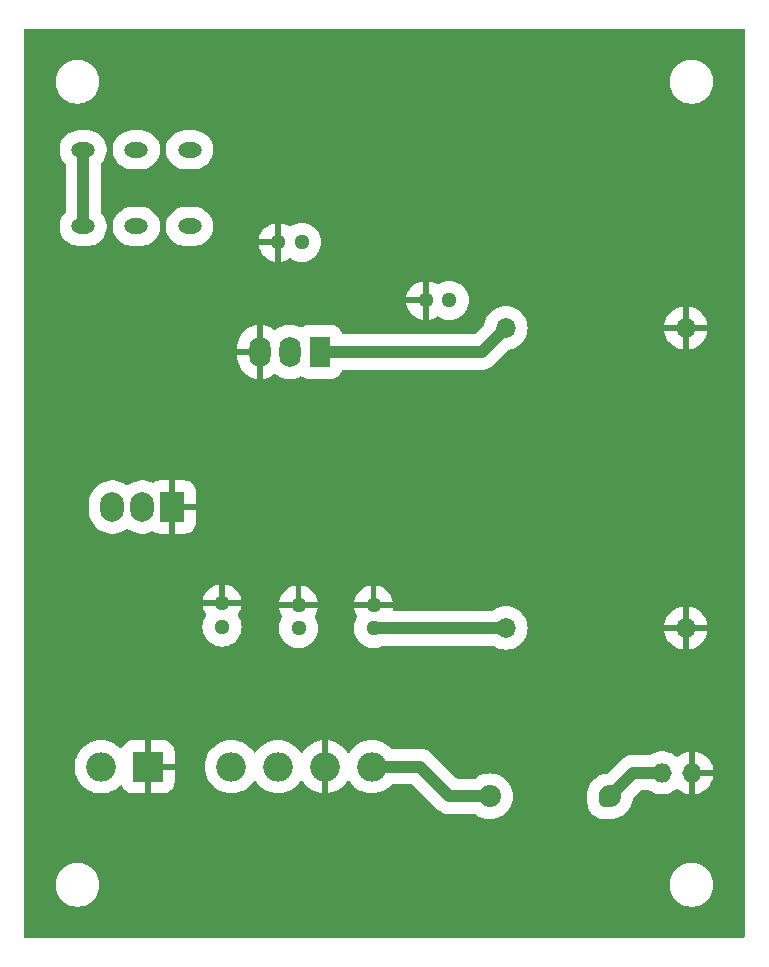
<source format=gbr>
%TF.GenerationSoftware,KiCad,Pcbnew,8.0.4*%
%TF.CreationDate,2024-09-20T16:59:46-04:00*%
%TF.ProjectId,micropsu,6d696372-6f70-4737-952e-6b696361645f,rev?*%
%TF.SameCoordinates,Original*%
%TF.FileFunction,Copper,L1,Top*%
%TF.FilePolarity,Positive*%
%FSLAX46Y46*%
G04 Gerber Fmt 4.6, Leading zero omitted, Abs format (unit mm)*
G04 Created by KiCad (PCBNEW 8.0.4) date 2024-09-20 16:59:46*
%MOMM*%
%LPD*%
G01*
G04 APERTURE LIST*
%TA.AperFunction,ComponentPad*%
%ADD10O,1.300000X1.300000*%
%TD*%
%TA.AperFunction,ComponentPad*%
%ADD11R,2.500000X2.500000*%
%TD*%
%TA.AperFunction,ComponentPad*%
%ADD12O,2.500000X2.500000*%
%TD*%
%TA.AperFunction,ComponentPad*%
%ADD13O,1.879600X1.879600*%
%TD*%
%TA.AperFunction,ComponentPad*%
%ADD14R,1.800000X2.600000*%
%TD*%
%TA.AperFunction,ComponentPad*%
%ADD15O,1.800000X2.600000*%
%TD*%
%TA.AperFunction,ComponentPad*%
%ADD16O,1.651000X1.651000*%
%TD*%
%TA.AperFunction,ComponentPad*%
%ADD17O,2.000000X1.300000*%
%TD*%
%TA.AperFunction,ComponentPad*%
%ADD18O,1.676400X1.676400*%
%TD*%
%TA.AperFunction,ComponentPad*%
%ADD19R,2.000000X2.500000*%
%TD*%
%TA.AperFunction,ComponentPad*%
%ADD20O,2.000000X2.500000*%
%TD*%
%TA.AperFunction,Conductor*%
%ADD21C,1.000000*%
%TD*%
G04 APERTURE END LIST*
D10*
%TO.P,+12OUTPUT,1*%
%TO.N,+12V*%
X113724700Y-126287650D03*
%TO.P,+12OUTPUT,2*%
%TO.N,GND*%
X113724700Y-124287650D03*
%TD*%
D11*
%TO.P,U1,1*%
%TO.N,GND*%
X100979900Y-138000000D03*
D12*
%TO.P,U1,2*%
%TO.N,+12V*%
X97020100Y-138000000D03*
%TD*%
D10*
%TO.P,+5INPUT,1*%
%TO.N,+12V*%
X126500000Y-98500000D03*
%TO.P,+5INPUT,2*%
%TO.N,GND*%
X124500000Y-98500000D03*
%TD*%
%TO.P,-5OUTPUT,1*%
%TO.N,GND*%
X107247700Y-124160650D03*
%TO.P,-5OUTPUT,2*%
%TO.N,-12V*%
X107247700Y-126160650D03*
%TD*%
D13*
%TO.P,R1,1*%
%TO.N,+5V*%
X129920000Y-140500000D03*
%TO.P,R1,2*%
%TO.N,LED1_1*%
X140080000Y-140500000D03*
%TD*%
D14*
%TO.P,P78E12-1000,1*%
%TO.N,+12V*%
X115527200Y-102869900D03*
D15*
%TO.P,P78E12-1000,2*%
%TO.N,-12V*%
X112987200Y-102869900D03*
%TO.P,P78E12-1000,3*%
%TO.N,GND*%
X110447000Y-102859900D03*
%TD*%
D10*
%TO.P,-5INPUT,1*%
%TO.N,+12V*%
X113987000Y-93594000D03*
%TO.P,-5INPUT,2*%
%TO.N,GND*%
X111987000Y-93594000D03*
%TD*%
D16*
%TO.P,LED1,1*%
%TO.N,LED1_1*%
X144500000Y-138500000D03*
%TO.P,LED1,2*%
%TO.N,GND*%
X147040000Y-138500000D03*
%TD*%
D12*
%TO.P,Output,1*%
%TO.N,-12V*%
X108040200Y-137987650D03*
%TO.P,Output,2*%
%TO.N,+12V*%
X112000100Y-137987650D03*
%TO.P,Output,3*%
%TO.N,GND*%
X115959900Y-137987650D03*
%TO.P,Output,4*%
%TO.N,+5V*%
X119919800Y-137987650D03*
%TD*%
D17*
%TO.P,SW1,1*%
%TO.N,N/C*%
X104500100Y-85750100D03*
%TO.P,SW1,2*%
%TO.N,+12V*%
X100000000Y-85750100D03*
%TO.P,SW1,3*%
X95500100Y-85750100D03*
%TO.P,SW1,4*%
X95500100Y-92250200D03*
%TO.P,SW1,5*%
X100000000Y-92250200D03*
%TO.P,SW1,6*%
%TO.N,N/C*%
X104500100Y-92250200D03*
%TD*%
D18*
%TO.P,U3,1*%
%TO.N,GND*%
X146515000Y-100833000D03*
%TO.P,U3,2*%
%TO.N,+12V*%
X131275000Y-100833000D03*
%TO.P,U3,3*%
%TO.N,GND*%
X146515000Y-126233000D03*
%TO.P,U3,4*%
%TO.N,+5V*%
X131275000Y-126233000D03*
%TD*%
D19*
%TO.P,Q1,1*%
%TO.N,GND*%
X103040000Y-116000000D03*
D20*
%TO.P,Q1,2*%
%TO.N,+12V*%
X100500000Y-116000000D03*
%TO.P,Q1,3*%
X97960000Y-116000000D03*
%TD*%
D10*
%TO.P,+5OUTPUT,1*%
%TO.N,+5V*%
X120074700Y-126287650D03*
%TO.P,+5OUTPUT,2*%
%TO.N,GND*%
X120074700Y-124287650D03*
%TD*%
D21*
%TO.N,+5V*%
X119919800Y-137987650D02*
X123987650Y-137987650D01*
X126500000Y-140500000D02*
X129920000Y-140500000D01*
X131275000Y-126233000D02*
X131220350Y-126287650D01*
X131220350Y-126287650D02*
X120074700Y-126287650D01*
X123987650Y-137987650D02*
X126500000Y-140500000D01*
%TO.N,+12V*%
X95500100Y-85750100D02*
X95500100Y-92250200D01*
X131275000Y-100833000D02*
X129238200Y-102869800D01*
X129238200Y-102869800D02*
X115527300Y-102869800D01*
%TO.N,LED1_1*%
X139660000Y-140920000D02*
X142080000Y-138500000D01*
X142080000Y-138500000D02*
X144500000Y-138500000D01*
%TD*%
%TA.AperFunction,Conductor*%
%TO.N,GND*%
G36*
X151441621Y-75520502D02*
G01*
X151488114Y-75574158D01*
X151499500Y-75626500D01*
X151499500Y-152373500D01*
X151479498Y-152441621D01*
X151425842Y-152488114D01*
X151373500Y-152499500D01*
X90626500Y-152499500D01*
X90558379Y-152479498D01*
X90511886Y-152425842D01*
X90500500Y-152373500D01*
X90500500Y-147878709D01*
X93149500Y-147878709D01*
X93149500Y-148121290D01*
X93181160Y-148361782D01*
X93243944Y-148596095D01*
X93243945Y-148596097D01*
X93243946Y-148596100D01*
X93336776Y-148820212D01*
X93336777Y-148820213D01*
X93336782Y-148820224D01*
X93458061Y-149030285D01*
X93458063Y-149030288D01*
X93458064Y-149030289D01*
X93605735Y-149222738D01*
X93605739Y-149222742D01*
X93605744Y-149222748D01*
X93777251Y-149394255D01*
X93777256Y-149394259D01*
X93777262Y-149394265D01*
X93969711Y-149541936D01*
X93969714Y-149541938D01*
X94179775Y-149663217D01*
X94179779Y-149663218D01*
X94179788Y-149663224D01*
X94403900Y-149756054D01*
X94638211Y-149818838D01*
X94638215Y-149818838D01*
X94638217Y-149818839D01*
X94700202Y-149826999D01*
X94878712Y-149850500D01*
X94878719Y-149850500D01*
X95121281Y-149850500D01*
X95121288Y-149850500D01*
X95338637Y-149821885D01*
X95361782Y-149818839D01*
X95361782Y-149818838D01*
X95361789Y-149818838D01*
X95596100Y-149756054D01*
X95820212Y-149663224D01*
X96030289Y-149541936D01*
X96222738Y-149394265D01*
X96394265Y-149222738D01*
X96541936Y-149030289D01*
X96663224Y-148820212D01*
X96756054Y-148596100D01*
X96818838Y-148361789D01*
X96850500Y-148121288D01*
X96850500Y-147878712D01*
X96850500Y-147878709D01*
X145149500Y-147878709D01*
X145149500Y-148121290D01*
X145181160Y-148361782D01*
X145243944Y-148596095D01*
X145243945Y-148596097D01*
X145243946Y-148596100D01*
X145336776Y-148820212D01*
X145336777Y-148820213D01*
X145336782Y-148820224D01*
X145458061Y-149030285D01*
X145458063Y-149030288D01*
X145458064Y-149030289D01*
X145605735Y-149222738D01*
X145605739Y-149222742D01*
X145605744Y-149222748D01*
X145777251Y-149394255D01*
X145777256Y-149394259D01*
X145777262Y-149394265D01*
X145969711Y-149541936D01*
X145969714Y-149541938D01*
X146179775Y-149663217D01*
X146179779Y-149663218D01*
X146179788Y-149663224D01*
X146403900Y-149756054D01*
X146638211Y-149818838D01*
X146638215Y-149818838D01*
X146638217Y-149818839D01*
X146700202Y-149826999D01*
X146878712Y-149850500D01*
X146878719Y-149850500D01*
X147121281Y-149850500D01*
X147121288Y-149850500D01*
X147338637Y-149821885D01*
X147361782Y-149818839D01*
X147361782Y-149818838D01*
X147361789Y-149818838D01*
X147596100Y-149756054D01*
X147820212Y-149663224D01*
X148030289Y-149541936D01*
X148222738Y-149394265D01*
X148394265Y-149222738D01*
X148541936Y-149030289D01*
X148663224Y-148820212D01*
X148756054Y-148596100D01*
X148818838Y-148361789D01*
X148850500Y-148121288D01*
X148850500Y-147878712D01*
X148818838Y-147638211D01*
X148756054Y-147403900D01*
X148663224Y-147179788D01*
X148663218Y-147179779D01*
X148663217Y-147179775D01*
X148541938Y-146969714D01*
X148541936Y-146969711D01*
X148394265Y-146777262D01*
X148394259Y-146777256D01*
X148394255Y-146777251D01*
X148222748Y-146605744D01*
X148222742Y-146605739D01*
X148222738Y-146605735D01*
X148030289Y-146458064D01*
X148030288Y-146458063D01*
X148030285Y-146458061D01*
X147820224Y-146336782D01*
X147820216Y-146336778D01*
X147820212Y-146336776D01*
X147596100Y-146243946D01*
X147596097Y-146243945D01*
X147596095Y-146243944D01*
X147361782Y-146181160D01*
X147121290Y-146149500D01*
X147121288Y-146149500D01*
X146878712Y-146149500D01*
X146878709Y-146149500D01*
X146638217Y-146181160D01*
X146403904Y-146243944D01*
X146403900Y-146243946D01*
X146179786Y-146336777D01*
X146179775Y-146336782D01*
X145969714Y-146458061D01*
X145777262Y-146605735D01*
X145777251Y-146605744D01*
X145605744Y-146777251D01*
X145605735Y-146777262D01*
X145458061Y-146969714D01*
X145336782Y-147179775D01*
X145336777Y-147179786D01*
X145243946Y-147403900D01*
X145243944Y-147403904D01*
X145181160Y-147638217D01*
X145149500Y-147878709D01*
X96850500Y-147878709D01*
X96818838Y-147638211D01*
X96756054Y-147403900D01*
X96663224Y-147179788D01*
X96663218Y-147179779D01*
X96663217Y-147179775D01*
X96541938Y-146969714D01*
X96541936Y-146969711D01*
X96394265Y-146777262D01*
X96394259Y-146777256D01*
X96394255Y-146777251D01*
X96222748Y-146605744D01*
X96222742Y-146605739D01*
X96222738Y-146605735D01*
X96030289Y-146458064D01*
X96030288Y-146458063D01*
X96030285Y-146458061D01*
X95820224Y-146336782D01*
X95820216Y-146336778D01*
X95820212Y-146336776D01*
X95596100Y-146243946D01*
X95596097Y-146243945D01*
X95596095Y-146243944D01*
X95361782Y-146181160D01*
X95121290Y-146149500D01*
X95121288Y-146149500D01*
X94878712Y-146149500D01*
X94878709Y-146149500D01*
X94638217Y-146181160D01*
X94403904Y-146243944D01*
X94403900Y-146243946D01*
X94179786Y-146336777D01*
X94179775Y-146336782D01*
X93969714Y-146458061D01*
X93777262Y-146605735D01*
X93777251Y-146605744D01*
X93605744Y-146777251D01*
X93605735Y-146777262D01*
X93458061Y-146969714D01*
X93336782Y-147179775D01*
X93336777Y-147179786D01*
X93243946Y-147403900D01*
X93243944Y-147403904D01*
X93181160Y-147638217D01*
X93149500Y-147878709D01*
X90500500Y-147878709D01*
X90500500Y-137999996D01*
X94764771Y-137999996D01*
X94764771Y-138000003D01*
X94784065Y-138294375D01*
X94784067Y-138294387D01*
X94841618Y-138583720D01*
X94841620Y-138583727D01*
X94891455Y-138730533D01*
X94936448Y-138863077D01*
X94946006Y-138882459D01*
X95066926Y-139127662D01*
X95230825Y-139372955D01*
X95230827Y-139372957D01*
X95425342Y-139594758D01*
X95647143Y-139789273D01*
X95892435Y-139953172D01*
X96157023Y-140083652D01*
X96436378Y-140178481D01*
X96725720Y-140236034D01*
X96893937Y-140247059D01*
X97020097Y-140255329D01*
X97020100Y-140255329D01*
X97020103Y-140255329D01*
X97130492Y-140248093D01*
X97314480Y-140236034D01*
X97603822Y-140178481D01*
X97883177Y-140083652D01*
X98147765Y-139953172D01*
X98393057Y-139789273D01*
X98608804Y-139600066D01*
X98673206Y-139570191D01*
X98743539Y-139579877D01*
X98797471Y-139626049D01*
X98803561Y-139636462D01*
X98890621Y-139803131D01*
X99019147Y-139960752D01*
X99176768Y-140089278D01*
X99357034Y-140183440D01*
X99552571Y-140239390D01*
X99671896Y-140249999D01*
X99671903Y-140250000D01*
X100729950Y-140250000D01*
X100729950Y-138867914D01*
X100891258Y-138900000D01*
X101068542Y-138900000D01*
X101229850Y-138867914D01*
X101229850Y-140250000D01*
X102287897Y-140250000D01*
X102287903Y-140249999D01*
X102407226Y-140239390D01*
X102407229Y-140239390D01*
X102602765Y-140183440D01*
X102783031Y-140089278D01*
X102940652Y-139960752D01*
X103069178Y-139803131D01*
X103163340Y-139622865D01*
X103219290Y-139427329D01*
X103219290Y-139427326D01*
X103229899Y-139308003D01*
X103229900Y-139307997D01*
X103229900Y-138249950D01*
X101847814Y-138249950D01*
X101879900Y-138088642D01*
X101879900Y-137987646D01*
X105784871Y-137987646D01*
X105784871Y-137987653D01*
X105804165Y-138282025D01*
X105804168Y-138282043D01*
X105861718Y-138571370D01*
X105861720Y-138571377D01*
X105905069Y-138699076D01*
X105956548Y-138850727D01*
X105962636Y-138863073D01*
X106087026Y-139115312D01*
X106250925Y-139360605D01*
X106250927Y-139360607D01*
X106445442Y-139582408D01*
X106570306Y-139691911D01*
X106667244Y-139776924D01*
X106706466Y-139803131D01*
X106912535Y-139940822D01*
X107177123Y-140071302D01*
X107456478Y-140166131D01*
X107745820Y-140223684D01*
X107914037Y-140234709D01*
X108040197Y-140242979D01*
X108040200Y-140242979D01*
X108040203Y-140242979D01*
X108150592Y-140235743D01*
X108334580Y-140223684D01*
X108623922Y-140166131D01*
X108903277Y-140071302D01*
X109167865Y-139940822D01*
X109413157Y-139776923D01*
X109634958Y-139582408D01*
X109829473Y-139360607D01*
X109915386Y-139232029D01*
X109969862Y-139186502D01*
X110040305Y-139177654D01*
X110104349Y-139208295D01*
X110124912Y-139232027D01*
X110210827Y-139360607D01*
X110405342Y-139582408D01*
X110530206Y-139691911D01*
X110627144Y-139776924D01*
X110666366Y-139803131D01*
X110872435Y-139940822D01*
X111137023Y-140071302D01*
X111416378Y-140166131D01*
X111705720Y-140223684D01*
X111873937Y-140234709D01*
X112000097Y-140242979D01*
X112000100Y-140242979D01*
X112000103Y-140242979D01*
X112110492Y-140235743D01*
X112294480Y-140223684D01*
X112583822Y-140166131D01*
X112863177Y-140071302D01*
X113127765Y-139940822D01*
X113373057Y-139776923D01*
X113594858Y-139582408D01*
X113789373Y-139360607D01*
X113875535Y-139231655D01*
X113930011Y-139186128D01*
X114000454Y-139177279D01*
X114064499Y-139207920D01*
X114085065Y-139231655D01*
X114171020Y-139360296D01*
X114365496Y-139582053D01*
X114587253Y-139776529D01*
X114832488Y-139940389D01*
X115097008Y-140070835D01*
X115097018Y-140070839D01*
X115376302Y-140165645D01*
X115376306Y-140165646D01*
X115665587Y-140223188D01*
X115665595Y-140223189D01*
X115709948Y-140226095D01*
X115709950Y-140226094D01*
X115709950Y-138855564D01*
X115871258Y-138887650D01*
X116048542Y-138887650D01*
X116209850Y-138855564D01*
X116209850Y-140226094D01*
X116209851Y-140226095D01*
X116254204Y-140223189D01*
X116254212Y-140223188D01*
X116543493Y-140165646D01*
X116543497Y-140165645D01*
X116822781Y-140070839D01*
X116822791Y-140070835D01*
X117087311Y-139940389D01*
X117332546Y-139776529D01*
X117554303Y-139582053D01*
X117748778Y-139360297D01*
X117834783Y-139231581D01*
X117889260Y-139186053D01*
X117959703Y-139177204D01*
X118023747Y-139207845D01*
X118044314Y-139231580D01*
X118130525Y-139360605D01*
X118130527Y-139360607D01*
X118325042Y-139582408D01*
X118449906Y-139691911D01*
X118546844Y-139776924D01*
X118586066Y-139803131D01*
X118792135Y-139940822D01*
X119056723Y-140071302D01*
X119336078Y-140166131D01*
X119625420Y-140223684D01*
X119793637Y-140234709D01*
X119919797Y-140242979D01*
X119919800Y-140242979D01*
X119919803Y-140242979D01*
X120030192Y-140235743D01*
X120214180Y-140223684D01*
X120503522Y-140166131D01*
X120782877Y-140071302D01*
X121047465Y-139940822D01*
X121292757Y-139776923D01*
X121514558Y-139582408D01*
X121559578Y-139531071D01*
X121619532Y-139493045D01*
X121654310Y-139488150D01*
X123313933Y-139488150D01*
X123382054Y-139508152D01*
X123403028Y-139525055D01*
X125522484Y-141644512D01*
X125522487Y-141644515D01*
X125522490Y-141644517D01*
X125713566Y-141783343D01*
X125924007Y-141890568D01*
X125945373Y-141897510D01*
X126148632Y-141963553D01*
X126381908Y-142000500D01*
X128644766Y-142000500D01*
X128712887Y-142020502D01*
X128720275Y-142025632D01*
X128868315Y-142136453D01*
X128868317Y-142136454D01*
X128868322Y-142136458D01*
X129111901Y-142269462D01*
X129111904Y-142269463D01*
X129111911Y-142269467D01*
X129371958Y-142366459D01*
X129371961Y-142366459D01*
X129371965Y-142366461D01*
X129528913Y-142400602D01*
X129643161Y-142425456D01*
X129920000Y-142445256D01*
X130196839Y-142425456D01*
X130468033Y-142366461D01*
X130468034Y-142366461D01*
X130468035Y-142366460D01*
X130468042Y-142366459D01*
X130728089Y-142269467D01*
X130849186Y-142203343D01*
X130971677Y-142136458D01*
X130971679Y-142136456D01*
X130971685Y-142136453D01*
X131193872Y-141970126D01*
X131390126Y-141773872D01*
X131556453Y-141551685D01*
X131556456Y-141551679D01*
X131556458Y-141551677D01*
X131689462Y-141308098D01*
X131689461Y-141308098D01*
X131689467Y-141308089D01*
X131786459Y-141048042D01*
X131845456Y-140776839D01*
X131865256Y-140500000D01*
X138134744Y-140500000D01*
X138154543Y-140776833D01*
X138154544Y-140776842D01*
X138156621Y-140786387D01*
X138159500Y-140813167D01*
X138159500Y-141038092D01*
X138196447Y-141271368D01*
X138269432Y-141495992D01*
X138345108Y-141644515D01*
X138376659Y-141706437D01*
X138515483Y-141897510D01*
X138515487Y-141897515D01*
X138682487Y-142064515D01*
X138682490Y-142064517D01*
X138873566Y-142203343D01*
X139084008Y-142310568D01*
X139308632Y-142383553D01*
X139541908Y-142420500D01*
X139541911Y-142420500D01*
X139766833Y-142420500D01*
X139793617Y-142423379D01*
X139803161Y-142425456D01*
X140080000Y-142445256D01*
X140356839Y-142425456D01*
X140628033Y-142366461D01*
X140628034Y-142366461D01*
X140628035Y-142366460D01*
X140628042Y-142366459D01*
X140888089Y-142269467D01*
X141009186Y-142203343D01*
X141131677Y-142136458D01*
X141131679Y-142136456D01*
X141131685Y-142136453D01*
X141353872Y-141970126D01*
X141550126Y-141773872D01*
X141716453Y-141551685D01*
X141716456Y-141551679D01*
X141716458Y-141551677D01*
X141849462Y-141308098D01*
X141849461Y-141308098D01*
X141849467Y-141308089D01*
X141946459Y-141048042D01*
X142005456Y-140776839D01*
X142008286Y-140737263D01*
X142033096Y-140670744D01*
X142044863Y-140657163D01*
X142664624Y-140037404D01*
X142726936Y-140003379D01*
X142753719Y-140000500D01*
X143420468Y-140000500D01*
X143488589Y-140020502D01*
X143491446Y-140022394D01*
X143584430Y-140085790D01*
X143584434Y-140085792D01*
X143584440Y-140085796D01*
X143831017Y-140204542D01*
X143831020Y-140204542D01*
X143831025Y-140204545D01*
X144092526Y-140285207D01*
X144092528Y-140285207D01*
X144092537Y-140285210D01*
X144363160Y-140326000D01*
X144363165Y-140326000D01*
X144636835Y-140326000D01*
X144636840Y-140326000D01*
X144907463Y-140285210D01*
X144909052Y-140284720D01*
X145168974Y-140204545D01*
X145168976Y-140204544D01*
X145168983Y-140204542D01*
X145415560Y-140085796D01*
X145641685Y-139931627D01*
X145684667Y-139891745D01*
X145748205Y-139860075D01*
X145818782Y-139867784D01*
X145856069Y-139891747D01*
X145898622Y-139931230D01*
X145898634Y-139931240D01*
X146124688Y-140085361D01*
X146124696Y-140085366D01*
X146371191Y-140204071D01*
X146632642Y-140284720D01*
X146632651Y-140284722D01*
X146790050Y-140308444D01*
X146790050Y-138912949D01*
X146853723Y-138949711D01*
X146976465Y-138982600D01*
X147103535Y-138982600D01*
X147226277Y-138949711D01*
X147289950Y-138912949D01*
X147289950Y-140308444D01*
X147447348Y-140284722D01*
X147447357Y-140284720D01*
X147708805Y-140204072D01*
X147955304Y-140085366D01*
X147955305Y-140085365D01*
X148181370Y-139931236D01*
X148381940Y-139745134D01*
X148552525Y-139531227D01*
X148552530Y-139531220D01*
X148689332Y-139294273D01*
X148689334Y-139294269D01*
X148789288Y-139039587D01*
X148789290Y-139039582D01*
X148850171Y-138772841D01*
X148850172Y-138772833D01*
X148851887Y-138749950D01*
X147452949Y-138749950D01*
X147489711Y-138686277D01*
X147522600Y-138563535D01*
X147522600Y-138436465D01*
X147489711Y-138313723D01*
X147452949Y-138250050D01*
X148851887Y-138250050D01*
X148850172Y-138227166D01*
X148850171Y-138227158D01*
X148789290Y-137960417D01*
X148789288Y-137960412D01*
X148689334Y-137705730D01*
X148689332Y-137705726D01*
X148552530Y-137468779D01*
X148552525Y-137468772D01*
X148381940Y-137254865D01*
X148181370Y-137068763D01*
X148181371Y-137068763D01*
X147955305Y-136914634D01*
X147955304Y-136914633D01*
X147708805Y-136795927D01*
X147447357Y-136715279D01*
X147447349Y-136715278D01*
X147289950Y-136691554D01*
X147289950Y-138087050D01*
X147226277Y-138050289D01*
X147103535Y-138017400D01*
X146976465Y-138017400D01*
X146853723Y-138050289D01*
X146790050Y-138087050D01*
X146790050Y-136691554D01*
X146632650Y-136715278D01*
X146632642Y-136715279D01*
X146371191Y-136795928D01*
X146124696Y-136914633D01*
X146124688Y-136914638D01*
X145898631Y-137068761D01*
X145856067Y-137108254D01*
X145792526Y-137139924D01*
X145721949Y-137132214D01*
X145684666Y-137108253D01*
X145641690Y-137068378D01*
X145641685Y-137068373D01*
X145641678Y-137068368D01*
X145415569Y-136914209D01*
X145415561Y-136914205D01*
X145415562Y-136914205D01*
X145415560Y-136914204D01*
X145267981Y-136843133D01*
X145168986Y-136795459D01*
X145168974Y-136795454D01*
X144907473Y-136714792D01*
X144907465Y-136714790D01*
X144907463Y-136714790D01*
X144636840Y-136674000D01*
X144363160Y-136674000D01*
X144092537Y-136714790D01*
X144092535Y-136714790D01*
X144092526Y-136714792D01*
X143831025Y-136795454D01*
X143831013Y-136795459D01*
X143584438Y-136914205D01*
X143584430Y-136914209D01*
X143491446Y-136977606D01*
X143423895Y-136999453D01*
X143420468Y-136999500D01*
X142198092Y-136999500D01*
X141961908Y-136999500D01*
X141728632Y-137036447D01*
X141728629Y-137036447D01*
X141728628Y-137036448D01*
X141504008Y-137109432D01*
X141504006Y-137109433D01*
X141293563Y-137216659D01*
X141102487Y-137355484D01*
X141102484Y-137355486D01*
X139922841Y-138535129D01*
X139860529Y-138569155D01*
X139842736Y-138571713D01*
X139803160Y-138574543D01*
X139803155Y-138574544D01*
X139531966Y-138633538D01*
X139531965Y-138633538D01*
X139271911Y-138730533D01*
X139271901Y-138730537D01*
X139028322Y-138863541D01*
X139028317Y-138863545D01*
X138806126Y-139029875D01*
X138806117Y-139029883D01*
X138609883Y-139226117D01*
X138609875Y-139226126D01*
X138443545Y-139448317D01*
X138443541Y-139448322D01*
X138310537Y-139691901D01*
X138310533Y-139691911D01*
X138213538Y-139951965D01*
X138213538Y-139951966D01*
X138154544Y-140223157D01*
X138134744Y-140500000D01*
X131865256Y-140500000D01*
X131845456Y-140223161D01*
X131815574Y-140085796D01*
X131786461Y-139951966D01*
X131786461Y-139951965D01*
X131786459Y-139951961D01*
X131786459Y-139951958D01*
X131689467Y-139691911D01*
X131689462Y-139691901D01*
X131556458Y-139448322D01*
X131556454Y-139448317D01*
X131540743Y-139427329D01*
X131390126Y-139226128D01*
X131390124Y-139226126D01*
X131390116Y-139226117D01*
X131193882Y-139029883D01*
X131193873Y-139029875D01*
X131119724Y-138974368D01*
X130971685Y-138863547D01*
X130971683Y-138863546D01*
X130971682Y-138863545D01*
X130971677Y-138863541D01*
X130728098Y-138730537D01*
X130728091Y-138730534D01*
X130728089Y-138730533D01*
X130468042Y-138633541D01*
X130468034Y-138633538D01*
X130196841Y-138574544D01*
X130196843Y-138574544D01*
X129920000Y-138554744D01*
X129643157Y-138574544D01*
X129371966Y-138633538D01*
X129371965Y-138633538D01*
X129111911Y-138730533D01*
X129111901Y-138730537D01*
X128868322Y-138863541D01*
X128868317Y-138863545D01*
X128720275Y-138974368D01*
X128653754Y-138999179D01*
X128644766Y-138999500D01*
X127173717Y-138999500D01*
X127105596Y-138979498D01*
X127084622Y-138962595D01*
X124965165Y-136843137D01*
X124965162Y-136843134D01*
X124774087Y-136704309D01*
X124774086Y-136704308D01*
X124774084Y-136704307D01*
X124563642Y-136597082D01*
X124339018Y-136524097D01*
X124105742Y-136487150D01*
X124105739Y-136487150D01*
X121654310Y-136487150D01*
X121586189Y-136467148D01*
X121559578Y-136444228D01*
X121547997Y-136431022D01*
X121514558Y-136392892D01*
X121341349Y-136240991D01*
X121292755Y-136198375D01*
X121047462Y-136034476D01*
X120782883Y-135904001D01*
X120782877Y-135903998D01*
X120688136Y-135871837D01*
X120503527Y-135809170D01*
X120503520Y-135809168D01*
X120214193Y-135751618D01*
X120214175Y-135751615D01*
X119919803Y-135732321D01*
X119919797Y-135732321D01*
X119625424Y-135751615D01*
X119625406Y-135751618D01*
X119336079Y-135809168D01*
X119336072Y-135809170D01*
X119056723Y-135903997D01*
X118792138Y-136034476D01*
X118546850Y-136198371D01*
X118546843Y-136198376D01*
X118546843Y-136198377D01*
X118325042Y-136392892D01*
X118145972Y-136597082D01*
X118130521Y-136614700D01*
X118044314Y-136743719D01*
X117989837Y-136789247D01*
X117919394Y-136798095D01*
X117855350Y-136767453D01*
X117834784Y-136743719D01*
X117748779Y-136615003D01*
X117554303Y-136393246D01*
X117332546Y-136198770D01*
X117087311Y-136034910D01*
X116822791Y-135904464D01*
X116822781Y-135904460D01*
X116543497Y-135809654D01*
X116543493Y-135809653D01*
X116254224Y-135752113D01*
X116254210Y-135752112D01*
X116209850Y-135749204D01*
X116209850Y-137119735D01*
X116048542Y-137087650D01*
X115871258Y-137087650D01*
X115709950Y-137119735D01*
X115709950Y-135749204D01*
X115709949Y-135749204D01*
X115665589Y-135752112D01*
X115665575Y-135752113D01*
X115376306Y-135809653D01*
X115376302Y-135809654D01*
X115097018Y-135904460D01*
X115097008Y-135904464D01*
X114832488Y-136034910D01*
X114587253Y-136198770D01*
X114365496Y-136393246D01*
X114171020Y-136615003D01*
X114085065Y-136743644D01*
X114030588Y-136789172D01*
X113960145Y-136798020D01*
X113896101Y-136767378D01*
X113875535Y-136743644D01*
X113789378Y-136614700D01*
X113789376Y-136614698D01*
X113789373Y-136614693D01*
X113594858Y-136392892D01*
X113421649Y-136240991D01*
X113373055Y-136198375D01*
X113127762Y-136034476D01*
X112863183Y-135904001D01*
X112863177Y-135903998D01*
X112768436Y-135871837D01*
X112583827Y-135809170D01*
X112583820Y-135809168D01*
X112294493Y-135751618D01*
X112294475Y-135751615D01*
X112000103Y-135732321D01*
X112000097Y-135732321D01*
X111705724Y-135751615D01*
X111705706Y-135751618D01*
X111416379Y-135809168D01*
X111416372Y-135809170D01*
X111137023Y-135903997D01*
X110872438Y-136034476D01*
X110627150Y-136198371D01*
X110627143Y-136198376D01*
X110627143Y-136198377D01*
X110405342Y-136392892D01*
X110226272Y-136597082D01*
X110210821Y-136614700D01*
X110124915Y-136743269D01*
X110070438Y-136788797D01*
X109999995Y-136797645D01*
X109935951Y-136767003D01*
X109915385Y-136743269D01*
X109829478Y-136614700D01*
X109829476Y-136614698D01*
X109829473Y-136614693D01*
X109634958Y-136392892D01*
X109461749Y-136240991D01*
X109413155Y-136198375D01*
X109167862Y-136034476D01*
X108903283Y-135904001D01*
X108903277Y-135903998D01*
X108808536Y-135871837D01*
X108623927Y-135809170D01*
X108623920Y-135809168D01*
X108334593Y-135751618D01*
X108334575Y-135751615D01*
X108040203Y-135732321D01*
X108040197Y-135732321D01*
X107745824Y-135751615D01*
X107745806Y-135751618D01*
X107456479Y-135809168D01*
X107456472Y-135809170D01*
X107177123Y-135903997D01*
X106912538Y-136034476D01*
X106667250Y-136198371D01*
X106667243Y-136198376D01*
X106667243Y-136198377D01*
X106445442Y-136392892D01*
X106266372Y-136597082D01*
X106250921Y-136614700D01*
X106087026Y-136859988D01*
X105956547Y-137124573D01*
X105861720Y-137403922D01*
X105861718Y-137403929D01*
X105804168Y-137693256D01*
X105804167Y-137693263D01*
X105804166Y-137693270D01*
X105791168Y-137891574D01*
X105784871Y-137987646D01*
X101879900Y-137987646D01*
X101879900Y-137911358D01*
X101847814Y-137750050D01*
X103229900Y-137750050D01*
X103229900Y-136692003D01*
X103229899Y-136691996D01*
X103219290Y-136572673D01*
X103219290Y-136572670D01*
X103163340Y-136377134D01*
X103069178Y-136196868D01*
X102940652Y-136039247D01*
X102783031Y-135910721D01*
X102602765Y-135816559D01*
X102407228Y-135760609D01*
X102287903Y-135750000D01*
X101229850Y-135750000D01*
X101229850Y-137132085D01*
X101068542Y-137100000D01*
X100891258Y-137100000D01*
X100729950Y-137132085D01*
X100729950Y-135750000D01*
X99671896Y-135750000D01*
X99552573Y-135760609D01*
X99552570Y-135760609D01*
X99357034Y-135816559D01*
X99176768Y-135910721D01*
X99019147Y-136039247D01*
X98890621Y-136196869D01*
X98803561Y-136363537D01*
X98754292Y-136414655D01*
X98685208Y-136431022D01*
X98618242Y-136407441D01*
X98608802Y-136399931D01*
X98393055Y-136210725D01*
X98147762Y-136046826D01*
X97883183Y-135916351D01*
X97883177Y-135916348D01*
X97788436Y-135884187D01*
X97603827Y-135821520D01*
X97603820Y-135821518D01*
X97314493Y-135763968D01*
X97314475Y-135763965D01*
X97020103Y-135744671D01*
X97020097Y-135744671D01*
X96725724Y-135763965D01*
X96725706Y-135763968D01*
X96436379Y-135821518D01*
X96436372Y-135821520D01*
X96157023Y-135916347D01*
X95892438Y-136046826D01*
X95647150Y-136210721D01*
X95425342Y-136405242D01*
X95230821Y-136627050D01*
X95066926Y-136872338D01*
X94936447Y-137136923D01*
X94841620Y-137416272D01*
X94841618Y-137416279D01*
X94784068Y-137705606D01*
X94784065Y-137705624D01*
X94764771Y-137999996D01*
X90500500Y-137999996D01*
X90500500Y-126160650D01*
X105592096Y-126160650D01*
X105612479Y-126419644D01*
X105673127Y-126672260D01*
X105772546Y-126912278D01*
X105772547Y-126912279D01*
X105908285Y-127133786D01*
X105908290Y-127133793D01*
X106077010Y-127331339D01*
X106274556Y-127500059D01*
X106274560Y-127500062D01*
X106496072Y-127635804D01*
X106736090Y-127735223D01*
X106988706Y-127795871D01*
X107247700Y-127816254D01*
X107506694Y-127795871D01*
X107759310Y-127735223D01*
X107999328Y-127635804D01*
X108220840Y-127500062D01*
X108418389Y-127331339D01*
X108587112Y-127133790D01*
X108722854Y-126912278D01*
X108822273Y-126672260D01*
X108882921Y-126419644D01*
X108893309Y-126287650D01*
X112069096Y-126287650D01*
X112089479Y-126546644D01*
X112150127Y-126799260D01*
X112249546Y-127039278D01*
X112249547Y-127039279D01*
X112385285Y-127260786D01*
X112385290Y-127260793D01*
X112554010Y-127458339D01*
X112750492Y-127626150D01*
X112751560Y-127627062D01*
X112973072Y-127762804D01*
X113213090Y-127862223D01*
X113465706Y-127922871D01*
X113724700Y-127943254D01*
X113983694Y-127922871D01*
X114236310Y-127862223D01*
X114476328Y-127762804D01*
X114697840Y-127627062D01*
X114895389Y-127458339D01*
X115064112Y-127260790D01*
X115199854Y-127039278D01*
X115299273Y-126799260D01*
X115359921Y-126546644D01*
X115380304Y-126287650D01*
X118419096Y-126287650D01*
X118439479Y-126546644D01*
X118500127Y-126799260D01*
X118599546Y-127039278D01*
X118599547Y-127039279D01*
X118735285Y-127260786D01*
X118735290Y-127260793D01*
X118904010Y-127458339D01*
X119100492Y-127626150D01*
X119101560Y-127627062D01*
X119323072Y-127762804D01*
X119563090Y-127862223D01*
X119815706Y-127922871D01*
X120074700Y-127943254D01*
X120333694Y-127922871D01*
X120586310Y-127862223D01*
X120741983Y-127797740D01*
X120790201Y-127788150D01*
X130254256Y-127788150D01*
X130314640Y-127803561D01*
X130509225Y-127909813D01*
X130755655Y-128001726D01*
X130755658Y-128001726D01*
X130755662Y-128001728D01*
X130904391Y-128034081D01*
X131012657Y-128057634D01*
X131275000Y-128076397D01*
X131537343Y-128057634D01*
X131794336Y-128001728D01*
X131794337Y-128001728D01*
X131794338Y-128001727D01*
X131794345Y-128001726D01*
X132040775Y-127909813D01*
X132271616Y-127783764D01*
X132482168Y-127626146D01*
X132668146Y-127440168D01*
X132825764Y-127229616D01*
X132951813Y-126998775D01*
X133043726Y-126752345D01*
X133099634Y-126495343D01*
X133118397Y-126233000D01*
X133100520Y-125983049D01*
X144689981Y-125983049D01*
X144689982Y-125983050D01*
X146087385Y-125983050D01*
X146053454Y-126041821D01*
X146019700Y-126167793D01*
X146019700Y-126298207D01*
X146053454Y-126424179D01*
X146087385Y-126482950D01*
X144689982Y-126482950D01*
X144690862Y-126495266D01*
X144746754Y-126752201D01*
X144838644Y-126998567D01*
X144964658Y-127229343D01*
X145122234Y-127439841D01*
X145122242Y-127439850D01*
X145308149Y-127625757D01*
X145308158Y-127625765D01*
X145518656Y-127783341D01*
X145749432Y-127909355D01*
X145995798Y-128001245D01*
X146252733Y-128057137D01*
X146265049Y-128058018D01*
X146265050Y-128058017D01*
X146265050Y-126660614D01*
X146323821Y-126694546D01*
X146449793Y-126728300D01*
X146580207Y-126728300D01*
X146706179Y-126694546D01*
X146764950Y-126660614D01*
X146764950Y-128058018D01*
X146777266Y-128057137D01*
X147034201Y-128001245D01*
X147280567Y-127909355D01*
X147511343Y-127783341D01*
X147721841Y-127625765D01*
X147721850Y-127625757D01*
X147907757Y-127439850D01*
X147907765Y-127439841D01*
X148065341Y-127229343D01*
X148191355Y-126998567D01*
X148283245Y-126752201D01*
X148339137Y-126495266D01*
X148340018Y-126482950D01*
X146942615Y-126482950D01*
X146976546Y-126424179D01*
X147010300Y-126298207D01*
X147010300Y-126167793D01*
X146976546Y-126041821D01*
X146942615Y-125983050D01*
X148340018Y-125983050D01*
X148340018Y-125983049D01*
X148339137Y-125970733D01*
X148283245Y-125713798D01*
X148191355Y-125467432D01*
X148065341Y-125236656D01*
X147907765Y-125026158D01*
X147907757Y-125026149D01*
X147721850Y-124840242D01*
X147721841Y-124840234D01*
X147511343Y-124682658D01*
X147280567Y-124556644D01*
X147034195Y-124464752D01*
X146777280Y-124408864D01*
X146777272Y-124408863D01*
X146764950Y-124407980D01*
X146764950Y-125805385D01*
X146706179Y-125771454D01*
X146580207Y-125737700D01*
X146449793Y-125737700D01*
X146323821Y-125771454D01*
X146265050Y-125805385D01*
X146265050Y-124407980D01*
X146265049Y-124407980D01*
X146252727Y-124408863D01*
X146252719Y-124408864D01*
X145995804Y-124464752D01*
X145749432Y-124556644D01*
X145518656Y-124682658D01*
X145308158Y-124840234D01*
X145308149Y-124840242D01*
X145122242Y-125026149D01*
X145122234Y-125026158D01*
X144964658Y-125236656D01*
X144838644Y-125467432D01*
X144746754Y-125713798D01*
X144690862Y-125970733D01*
X144689981Y-125983049D01*
X133100520Y-125983049D01*
X133099634Y-125970657D01*
X133043726Y-125713655D01*
X132951813Y-125467225D01*
X132825764Y-125236384D01*
X132736365Y-125116961D01*
X132668150Y-125025837D01*
X132668142Y-125025828D01*
X132482171Y-124839857D01*
X132482162Y-124839849D01*
X132271619Y-124682238D01*
X132271617Y-124682237D01*
X132271616Y-124682236D01*
X132135169Y-124607730D01*
X132040774Y-124556186D01*
X131794337Y-124464271D01*
X131537345Y-124408366D01*
X131537347Y-124408366D01*
X131275000Y-124389603D01*
X131012653Y-124408366D01*
X130755663Y-124464271D01*
X130755662Y-124464271D01*
X130509225Y-124556186D01*
X130278380Y-124682237D01*
X130171808Y-124762018D01*
X130105288Y-124786829D01*
X130096299Y-124787150D01*
X121811496Y-124787150D01*
X121743375Y-124767148D01*
X121696882Y-124713492D01*
X121686778Y-124643218D01*
X121688977Y-124631736D01*
X121709426Y-124546559D01*
X121710131Y-124537601D01*
X121710130Y-124537600D01*
X120390436Y-124537600D01*
X120394780Y-124533256D01*
X120447441Y-124442044D01*
X120474700Y-124340311D01*
X120474700Y-124234989D01*
X120447441Y-124133256D01*
X120394780Y-124042044D01*
X120390436Y-124037700D01*
X121710130Y-124037700D01*
X121710131Y-124037698D01*
X121709426Y-124028740D01*
X121648796Y-123776196D01*
X121549407Y-123536250D01*
X121413704Y-123314803D01*
X121413703Y-123314801D01*
X121245034Y-123117315D01*
X121047548Y-122948646D01*
X121047546Y-122948645D01*
X120826099Y-122812942D01*
X120586153Y-122713553D01*
X120333609Y-122652923D01*
X120324651Y-122652218D01*
X120324650Y-122652219D01*
X120324650Y-123971914D01*
X120320306Y-123967570D01*
X120229094Y-123914909D01*
X120127361Y-123887650D01*
X120022039Y-123887650D01*
X119920306Y-123914909D01*
X119829094Y-123967570D01*
X119824750Y-123971914D01*
X119824750Y-122652219D01*
X119824748Y-122652218D01*
X119815790Y-122652923D01*
X119563246Y-122713553D01*
X119323300Y-122812942D01*
X119101853Y-122948645D01*
X119101851Y-122948646D01*
X118904365Y-123117315D01*
X118735696Y-123314801D01*
X118735695Y-123314803D01*
X118599992Y-123536250D01*
X118500603Y-123776196D01*
X118439973Y-124028740D01*
X118439268Y-124037698D01*
X118439270Y-124037700D01*
X119758964Y-124037700D01*
X119754620Y-124042044D01*
X119701959Y-124133256D01*
X119674700Y-124234989D01*
X119674700Y-124340311D01*
X119701959Y-124442044D01*
X119754620Y-124533256D01*
X119758964Y-124537600D01*
X118439270Y-124537600D01*
X118439268Y-124537601D01*
X118439973Y-124546559D01*
X118500603Y-124799103D01*
X118599994Y-125039052D01*
X118711697Y-125221337D01*
X118730235Y-125289870D01*
X118711697Y-125353005D01*
X118599547Y-125536019D01*
X118502027Y-125771454D01*
X118500127Y-125776040D01*
X118439479Y-126028656D01*
X118419096Y-126287650D01*
X115380304Y-126287650D01*
X115359921Y-126028656D01*
X115299273Y-125776040D01*
X115199854Y-125536022D01*
X115122029Y-125409022D01*
X115087702Y-125353005D01*
X115069164Y-125284472D01*
X115087702Y-125221336D01*
X115199407Y-125039049D01*
X115298796Y-124799103D01*
X115359426Y-124546559D01*
X115360131Y-124537601D01*
X115360130Y-124537600D01*
X114040436Y-124537600D01*
X114044780Y-124533256D01*
X114097441Y-124442044D01*
X114124700Y-124340311D01*
X114124700Y-124234989D01*
X114097441Y-124133256D01*
X114044780Y-124042044D01*
X114040436Y-124037700D01*
X115360130Y-124037700D01*
X115360131Y-124037698D01*
X115359426Y-124028740D01*
X115298796Y-123776196D01*
X115199407Y-123536250D01*
X115063704Y-123314803D01*
X115063703Y-123314801D01*
X114895034Y-123117315D01*
X114697548Y-122948646D01*
X114697546Y-122948645D01*
X114476099Y-122812942D01*
X114236153Y-122713553D01*
X113983609Y-122652923D01*
X113974651Y-122652218D01*
X113974650Y-122652219D01*
X113974650Y-123971914D01*
X113970306Y-123967570D01*
X113879094Y-123914909D01*
X113777361Y-123887650D01*
X113672039Y-123887650D01*
X113570306Y-123914909D01*
X113479094Y-123967570D01*
X113474750Y-123971914D01*
X113474750Y-122652219D01*
X113474748Y-122652218D01*
X113465790Y-122652923D01*
X113213246Y-122713553D01*
X112973300Y-122812942D01*
X112751853Y-122948645D01*
X112751851Y-122948646D01*
X112554365Y-123117315D01*
X112385696Y-123314801D01*
X112385695Y-123314803D01*
X112249992Y-123536250D01*
X112150603Y-123776196D01*
X112089973Y-124028740D01*
X112089268Y-124037698D01*
X112089270Y-124037700D01*
X113408964Y-124037700D01*
X113404620Y-124042044D01*
X113351959Y-124133256D01*
X113324700Y-124234989D01*
X113324700Y-124340311D01*
X113351959Y-124442044D01*
X113404620Y-124533256D01*
X113408964Y-124537600D01*
X112089270Y-124537600D01*
X112089268Y-124537601D01*
X112089973Y-124546559D01*
X112150603Y-124799103D01*
X112249994Y-125039052D01*
X112361697Y-125221337D01*
X112380235Y-125289870D01*
X112361697Y-125353005D01*
X112249547Y-125536019D01*
X112152027Y-125771454D01*
X112150127Y-125776040D01*
X112089479Y-126028656D01*
X112069096Y-126287650D01*
X108893309Y-126287650D01*
X108903304Y-126160650D01*
X108882921Y-125901656D01*
X108822273Y-125649040D01*
X108722854Y-125409022D01*
X108617062Y-125236384D01*
X108610702Y-125226005D01*
X108592164Y-125157472D01*
X108610702Y-125094336D01*
X108722407Y-124912049D01*
X108821796Y-124672103D01*
X108882426Y-124419559D01*
X108883131Y-124410601D01*
X108883130Y-124410600D01*
X107563436Y-124410600D01*
X107567780Y-124406256D01*
X107620441Y-124315044D01*
X107647700Y-124213311D01*
X107647700Y-124107989D01*
X107620441Y-124006256D01*
X107567780Y-123915044D01*
X107563436Y-123910700D01*
X108883130Y-123910700D01*
X108883131Y-123910698D01*
X108882426Y-123901740D01*
X108821796Y-123649196D01*
X108722407Y-123409250D01*
X108586704Y-123187803D01*
X108586703Y-123187801D01*
X108418034Y-122990315D01*
X108220548Y-122821646D01*
X108220546Y-122821645D01*
X107999099Y-122685942D01*
X107759153Y-122586553D01*
X107506609Y-122525923D01*
X107497651Y-122525218D01*
X107497650Y-122525219D01*
X107497650Y-123844914D01*
X107493306Y-123840570D01*
X107402094Y-123787909D01*
X107300361Y-123760650D01*
X107195039Y-123760650D01*
X107093306Y-123787909D01*
X107002094Y-123840570D01*
X106997750Y-123844914D01*
X106997750Y-122525219D01*
X106997748Y-122525218D01*
X106988790Y-122525923D01*
X106736246Y-122586553D01*
X106496300Y-122685942D01*
X106274853Y-122821645D01*
X106274851Y-122821646D01*
X106077365Y-122990315D01*
X105908696Y-123187801D01*
X105908695Y-123187803D01*
X105772992Y-123409250D01*
X105673603Y-123649196D01*
X105612973Y-123901740D01*
X105612268Y-123910698D01*
X105612270Y-123910700D01*
X106931964Y-123910700D01*
X106927620Y-123915044D01*
X106874959Y-124006256D01*
X106847700Y-124107989D01*
X106847700Y-124213311D01*
X106874959Y-124315044D01*
X106927620Y-124406256D01*
X106931964Y-124410600D01*
X105612270Y-124410600D01*
X105612268Y-124410601D01*
X105612973Y-124419559D01*
X105673603Y-124672103D01*
X105772994Y-124912052D01*
X105884697Y-125094337D01*
X105903235Y-125162870D01*
X105884697Y-125226005D01*
X105772547Y-125409019D01*
X105673127Y-125649039D01*
X105643738Y-125771454D01*
X105612479Y-125901656D01*
X105592096Y-126160650D01*
X90500500Y-126160650D01*
X90500500Y-115618878D01*
X95959500Y-115618878D01*
X95959500Y-116381121D01*
X95993728Y-116641108D01*
X95993729Y-116641114D01*
X95993730Y-116641116D01*
X96061602Y-116894419D01*
X96161957Y-117136697D01*
X96161958Y-117136698D01*
X96161963Y-117136709D01*
X96293073Y-117363799D01*
X96293077Y-117363805D01*
X96452710Y-117571842D01*
X96452729Y-117571863D01*
X96638136Y-117757270D01*
X96638157Y-117757289D01*
X96846194Y-117916922D01*
X96846200Y-117916926D01*
X97073290Y-118048036D01*
X97073294Y-118048037D01*
X97073303Y-118048043D01*
X97315581Y-118148398D01*
X97568884Y-118216270D01*
X97568890Y-118216270D01*
X97568891Y-118216271D01*
X97593900Y-118219563D01*
X97828880Y-118250500D01*
X97828887Y-118250500D01*
X98091113Y-118250500D01*
X98091120Y-118250500D01*
X98351116Y-118216270D01*
X98604419Y-118148398D01*
X98846697Y-118048043D01*
X99073803Y-117916924D01*
X99153296Y-117855925D01*
X99219515Y-117830325D01*
X99289064Y-117844589D01*
X99306699Y-117855922D01*
X99386197Y-117916924D01*
X99462110Y-117960752D01*
X99613290Y-118048036D01*
X99613294Y-118048037D01*
X99613303Y-118048043D01*
X99855581Y-118148398D01*
X100108884Y-118216270D01*
X100108890Y-118216270D01*
X100108891Y-118216271D01*
X100133900Y-118219563D01*
X100368880Y-118250500D01*
X100368887Y-118250500D01*
X100631113Y-118250500D01*
X100631120Y-118250500D01*
X100891116Y-118216270D01*
X101144419Y-118148398D01*
X101350069Y-118063214D01*
X101420655Y-118055626D01*
X101477910Y-118081973D01*
X101486868Y-118089277D01*
X101667134Y-118183440D01*
X101862671Y-118239390D01*
X101981996Y-118249999D01*
X101982003Y-118250000D01*
X102790050Y-118250000D01*
X102790050Y-116654141D01*
X102835818Y-116673099D01*
X102971056Y-116700000D01*
X103108944Y-116700000D01*
X103244182Y-116673099D01*
X103289950Y-116654141D01*
X103289950Y-118250000D01*
X104097997Y-118250000D01*
X104098003Y-118249999D01*
X104217326Y-118239390D01*
X104217329Y-118239390D01*
X104412865Y-118183440D01*
X104593131Y-118089278D01*
X104750752Y-117960752D01*
X104879278Y-117803131D01*
X104973440Y-117622865D01*
X105029390Y-117427329D01*
X105029390Y-117427326D01*
X105039999Y-117308003D01*
X105040000Y-117307997D01*
X105040000Y-116249950D01*
X103694141Y-116249950D01*
X103713099Y-116204182D01*
X103740000Y-116068944D01*
X103740000Y-115931056D01*
X103713099Y-115795818D01*
X103694141Y-115750050D01*
X105040000Y-115750050D01*
X105040000Y-114692003D01*
X105039999Y-114691996D01*
X105029390Y-114572673D01*
X105029390Y-114572670D01*
X104973440Y-114377134D01*
X104879278Y-114196868D01*
X104750752Y-114039247D01*
X104593131Y-113910721D01*
X104412865Y-113816559D01*
X104217328Y-113760609D01*
X104098003Y-113750000D01*
X103289950Y-113750000D01*
X103289950Y-115345858D01*
X103244182Y-115326901D01*
X103108944Y-115300000D01*
X102971056Y-115300000D01*
X102835818Y-115326901D01*
X102790050Y-115345858D01*
X102790050Y-113750000D01*
X101981996Y-113750000D01*
X101862673Y-113760609D01*
X101862670Y-113760609D01*
X101667134Y-113816559D01*
X101486867Y-113910722D01*
X101477902Y-113918032D01*
X101412465Y-113945574D01*
X101350066Y-113936784D01*
X101287147Y-113910722D01*
X101144419Y-113851602D01*
X100891116Y-113783730D01*
X100891114Y-113783729D01*
X100891108Y-113783728D01*
X100631121Y-113749500D01*
X100631120Y-113749500D01*
X100368880Y-113749500D01*
X100368878Y-113749500D01*
X100108891Y-113783728D01*
X100108884Y-113783730D01*
X99855581Y-113851602D01*
X99712856Y-113910721D01*
X99613301Y-113951958D01*
X99613290Y-113951963D01*
X99386200Y-114083073D01*
X99386193Y-114083078D01*
X99306704Y-114144073D01*
X99240484Y-114169674D01*
X99170935Y-114155409D01*
X99153296Y-114144073D01*
X99073806Y-114083078D01*
X99073799Y-114083073D01*
X98846709Y-113951963D01*
X98846701Y-113951959D01*
X98846697Y-113951957D01*
X98604419Y-113851602D01*
X98351116Y-113783730D01*
X98351114Y-113783729D01*
X98351108Y-113783728D01*
X98091121Y-113749500D01*
X98091120Y-113749500D01*
X97828880Y-113749500D01*
X97828878Y-113749500D01*
X97568891Y-113783728D01*
X97568884Y-113783730D01*
X97315581Y-113851602D01*
X97172856Y-113910721D01*
X97073301Y-113951958D01*
X97073290Y-113951963D01*
X96846200Y-114083073D01*
X96846194Y-114083077D01*
X96638157Y-114242710D01*
X96638136Y-114242729D01*
X96452729Y-114428136D01*
X96452710Y-114428157D01*
X96293077Y-114636194D01*
X96293073Y-114636200D01*
X96161963Y-114863290D01*
X96161958Y-114863301D01*
X96061602Y-115105581D01*
X95993728Y-115358891D01*
X95959500Y-115618878D01*
X90500500Y-115618878D01*
X90500500Y-102335364D01*
X108547000Y-102335364D01*
X108547000Y-102609950D01*
X109898489Y-102609950D01*
X109887889Y-102628309D01*
X109847000Y-102780909D01*
X109847000Y-102938891D01*
X109887889Y-103091491D01*
X109898489Y-103109850D01*
X108547000Y-103109850D01*
X108547000Y-103384435D01*
X108579507Y-103631360D01*
X108643971Y-103871940D01*
X108643972Y-103871944D01*
X108739286Y-104102053D01*
X108739291Y-104102063D01*
X108863815Y-104317745D01*
X108863820Y-104317751D01*
X109015434Y-104515339D01*
X109015453Y-104515360D01*
X109191539Y-104691446D01*
X109191560Y-104691465D01*
X109389148Y-104843079D01*
X109389154Y-104843084D01*
X109604836Y-104967608D01*
X109604846Y-104967613D01*
X109834955Y-105062927D01*
X109834959Y-105062928D01*
X110075537Y-105127391D01*
X110075541Y-105127392D01*
X110197050Y-105143388D01*
X110197050Y-103408411D01*
X110215409Y-103419011D01*
X110368009Y-103459900D01*
X110525991Y-103459900D01*
X110678591Y-103419011D01*
X110696950Y-103408411D01*
X110696950Y-105143387D01*
X110818458Y-105127392D01*
X110818462Y-105127391D01*
X111059040Y-105062928D01*
X111059044Y-105062927D01*
X111289153Y-104967613D01*
X111289163Y-104967608D01*
X111504844Y-104843084D01*
X111633467Y-104744388D01*
X111699687Y-104718787D01*
X111769236Y-104733051D01*
X111786870Y-104744383D01*
X111915500Y-104843084D01*
X111929076Y-104853501D01*
X112144814Y-104978057D01*
X112144818Y-104978058D01*
X112144827Y-104978064D01*
X112374993Y-105073402D01*
X112615635Y-105137882D01*
X112615639Y-105137882D01*
X112615641Y-105137883D01*
X112657457Y-105143388D01*
X112862635Y-105170400D01*
X112862642Y-105170400D01*
X113111758Y-105170400D01*
X113111765Y-105170400D01*
X113334990Y-105141011D01*
X113358758Y-105137883D01*
X113358758Y-105137882D01*
X113358765Y-105137882D01*
X113599407Y-105073402D01*
X113829573Y-104978064D01*
X113874642Y-104952042D01*
X113943637Y-104935304D01*
X114010730Y-104958523D01*
X114017268Y-104963508D01*
X114032183Y-104975669D01*
X114073793Y-105009598D01*
X114254151Y-105103809D01*
X114449782Y-105159786D01*
X114569163Y-105170400D01*
X116485236Y-105170399D01*
X116604618Y-105159786D01*
X116800249Y-105103809D01*
X116980607Y-105009598D01*
X117138309Y-104881009D01*
X117266898Y-104723307D01*
X117361109Y-104542949D01*
X117361110Y-104542947D01*
X117384376Y-104461638D01*
X117422346Y-104401648D01*
X117486721Y-104371709D01*
X117505514Y-104370300D01*
X129356289Y-104370300D01*
X129356292Y-104370300D01*
X129589568Y-104333353D01*
X129814192Y-104260368D01*
X130024634Y-104153143D01*
X130215710Y-104014317D01*
X131555978Y-102674047D01*
X131618287Y-102640025D01*
X131794345Y-102601726D01*
X132040775Y-102509813D01*
X132271616Y-102383764D01*
X132482168Y-102226146D01*
X132668146Y-102040168D01*
X132825764Y-101829616D01*
X132951813Y-101598775D01*
X133043726Y-101352345D01*
X133099634Y-101095343D01*
X133118397Y-100833000D01*
X133100520Y-100583049D01*
X144689981Y-100583049D01*
X144689982Y-100583050D01*
X146087385Y-100583050D01*
X146053454Y-100641821D01*
X146019700Y-100767793D01*
X146019700Y-100898207D01*
X146053454Y-101024179D01*
X146087385Y-101082950D01*
X144689982Y-101082950D01*
X144690862Y-101095266D01*
X144746754Y-101352201D01*
X144838644Y-101598567D01*
X144964658Y-101829343D01*
X145122234Y-102039841D01*
X145122242Y-102039850D01*
X145308149Y-102225757D01*
X145308158Y-102225765D01*
X145518656Y-102383341D01*
X145749432Y-102509355D01*
X145995798Y-102601245D01*
X146252733Y-102657137D01*
X146265049Y-102658018D01*
X146265050Y-102658017D01*
X146265050Y-101260614D01*
X146323821Y-101294546D01*
X146449793Y-101328300D01*
X146580207Y-101328300D01*
X146706179Y-101294546D01*
X146764950Y-101260614D01*
X146764950Y-102658018D01*
X146777266Y-102657137D01*
X147034201Y-102601245D01*
X147280567Y-102509355D01*
X147511343Y-102383341D01*
X147721841Y-102225765D01*
X147721850Y-102225757D01*
X147907757Y-102039850D01*
X147907765Y-102039841D01*
X148065341Y-101829343D01*
X148191355Y-101598567D01*
X148283245Y-101352201D01*
X148339137Y-101095266D01*
X148340018Y-101082950D01*
X146942615Y-101082950D01*
X146976546Y-101024179D01*
X147010300Y-100898207D01*
X147010300Y-100767793D01*
X146976546Y-100641821D01*
X146942615Y-100583050D01*
X148340018Y-100583050D01*
X148340018Y-100583049D01*
X148339137Y-100570733D01*
X148283245Y-100313798D01*
X148191355Y-100067432D01*
X148065341Y-99836656D01*
X147907765Y-99626158D01*
X147907757Y-99626149D01*
X147721850Y-99440242D01*
X147721841Y-99440234D01*
X147511343Y-99282658D01*
X147280567Y-99156644D01*
X147034195Y-99064752D01*
X146777280Y-99008864D01*
X146777272Y-99008863D01*
X146764950Y-99007980D01*
X146764950Y-100405385D01*
X146706179Y-100371454D01*
X146580207Y-100337700D01*
X146449793Y-100337700D01*
X146323821Y-100371454D01*
X146265050Y-100405385D01*
X146265050Y-99007980D01*
X146265049Y-99007980D01*
X146252727Y-99008863D01*
X146252719Y-99008864D01*
X145995804Y-99064752D01*
X145749432Y-99156644D01*
X145518656Y-99282658D01*
X145308158Y-99440234D01*
X145308149Y-99440242D01*
X145122242Y-99626149D01*
X145122234Y-99626158D01*
X144964658Y-99836656D01*
X144838644Y-100067432D01*
X144746754Y-100313798D01*
X144690862Y-100570733D01*
X144689981Y-100583049D01*
X133100520Y-100583049D01*
X133099634Y-100570657D01*
X133043727Y-100313661D01*
X133043726Y-100313658D01*
X133043726Y-100313655D01*
X132951813Y-100067225D01*
X132825764Y-99836384D01*
X132668390Y-99626158D01*
X132668150Y-99625837D01*
X132668142Y-99625828D01*
X132482171Y-99439857D01*
X132482162Y-99439849D01*
X132271619Y-99282238D01*
X132271617Y-99282237D01*
X132271616Y-99282236D01*
X132169224Y-99226325D01*
X132040774Y-99156186D01*
X131794337Y-99064271D01*
X131537345Y-99008366D01*
X131537347Y-99008366D01*
X131275000Y-98989603D01*
X131012653Y-99008366D01*
X130755663Y-99064271D01*
X130755662Y-99064271D01*
X130509225Y-99156186D01*
X130278380Y-99282238D01*
X130067837Y-99439849D01*
X130067828Y-99439857D01*
X129881857Y-99625828D01*
X129881849Y-99625837D01*
X129724238Y-99836380D01*
X129598186Y-100067225D01*
X129506272Y-100313661D01*
X129467974Y-100489710D01*
X129433950Y-100552021D01*
X128653578Y-101332395D01*
X128591265Y-101366420D01*
X128564482Y-101369300D01*
X117505456Y-101369300D01*
X117437335Y-101349298D01*
X117390842Y-101295642D01*
X117384319Y-101277967D01*
X117369018Y-101224492D01*
X117361109Y-101196850D01*
X117266899Y-101016495D01*
X117266898Y-101016493D01*
X117138309Y-100858791D01*
X116980607Y-100730202D01*
X116980605Y-100730201D01*
X116980604Y-100730200D01*
X116800251Y-100635992D01*
X116800250Y-100635991D01*
X116800249Y-100635991D01*
X116604618Y-100580014D01*
X116485237Y-100569400D01*
X116485232Y-100569400D01*
X114569172Y-100569400D01*
X114569162Y-100569401D01*
X114449788Y-100580013D01*
X114449785Y-100580013D01*
X114449782Y-100580014D01*
X114254151Y-100635991D01*
X114254148Y-100635992D01*
X114073795Y-100730200D01*
X114017268Y-100776292D01*
X113951833Y-100803838D01*
X113881893Y-100791634D01*
X113874668Y-100787771D01*
X113829573Y-100761736D01*
X113806529Y-100752191D01*
X113753438Y-100730200D01*
X113599407Y-100666398D01*
X113358765Y-100601918D01*
X113358758Y-100601916D01*
X113111767Y-100569400D01*
X113111765Y-100569400D01*
X112862635Y-100569400D01*
X112862632Y-100569400D01*
X112615641Y-100601916D01*
X112488473Y-100635991D01*
X112374993Y-100666398D01*
X112144830Y-100761735D01*
X112144825Y-100761737D01*
X112144814Y-100761742D01*
X111929072Y-100886300D01*
X111799907Y-100985412D01*
X111733687Y-101011012D01*
X111664138Y-100996747D01*
X111646500Y-100985411D01*
X111504851Y-100876719D01*
X111504845Y-100876715D01*
X111289163Y-100752191D01*
X111289153Y-100752186D01*
X111059044Y-100656872D01*
X111059040Y-100656871D01*
X110818459Y-100592407D01*
X110696950Y-100576410D01*
X110696950Y-102311388D01*
X110678591Y-102300789D01*
X110525991Y-102259900D01*
X110368009Y-102259900D01*
X110215409Y-102300789D01*
X110197050Y-102311388D01*
X110197050Y-100576411D01*
X110197049Y-100576410D01*
X110075540Y-100592407D01*
X109834959Y-100656871D01*
X109834955Y-100656872D01*
X109604846Y-100752186D01*
X109604836Y-100752191D01*
X109389154Y-100876715D01*
X109389148Y-100876720D01*
X109191560Y-101028334D01*
X109191539Y-101028353D01*
X109015453Y-101204439D01*
X109015434Y-101204460D01*
X108863820Y-101402048D01*
X108863815Y-101402054D01*
X108739291Y-101617736D01*
X108739286Y-101617746D01*
X108643972Y-101847855D01*
X108643971Y-101847859D01*
X108579507Y-102088439D01*
X108547000Y-102335364D01*
X90500500Y-102335364D01*
X90500500Y-98250048D01*
X122864568Y-98250048D01*
X122864570Y-98250050D01*
X124184264Y-98250050D01*
X124179920Y-98254394D01*
X124127259Y-98345606D01*
X124100000Y-98447339D01*
X124100000Y-98552661D01*
X124127259Y-98654394D01*
X124179920Y-98745606D01*
X124184264Y-98749950D01*
X122864570Y-98749950D01*
X122864568Y-98749951D01*
X122865273Y-98758909D01*
X122925903Y-99011453D01*
X123025292Y-99251399D01*
X123160995Y-99472846D01*
X123160996Y-99472848D01*
X123329665Y-99670334D01*
X123527151Y-99839003D01*
X123527153Y-99839004D01*
X123748600Y-99974707D01*
X123988546Y-100074096D01*
X124241084Y-100134724D01*
X124241091Y-100134725D01*
X124250050Y-100135430D01*
X124250050Y-98815736D01*
X124254394Y-98820080D01*
X124345606Y-98872741D01*
X124447339Y-98900000D01*
X124552661Y-98900000D01*
X124654394Y-98872741D01*
X124745606Y-98820080D01*
X124749950Y-98815736D01*
X124749950Y-100135430D01*
X124758908Y-100134725D01*
X124758915Y-100134724D01*
X125011453Y-100074096D01*
X125251399Y-99974707D01*
X125433686Y-99863002D01*
X125502220Y-99844464D01*
X125565355Y-99863002D01*
X125623456Y-99898606D01*
X125748372Y-99975154D01*
X125988390Y-100074573D01*
X126241006Y-100135221D01*
X126500000Y-100155604D01*
X126758994Y-100135221D01*
X127011610Y-100074573D01*
X127251628Y-99975154D01*
X127473140Y-99839412D01*
X127670689Y-99670689D01*
X127839412Y-99473140D01*
X127975154Y-99251628D01*
X128074573Y-99011610D01*
X128135221Y-98758994D01*
X128155604Y-98500000D01*
X128135221Y-98241006D01*
X128074573Y-97988390D01*
X127975154Y-97748372D01*
X127839412Y-97526860D01*
X127839409Y-97526856D01*
X127670689Y-97329310D01*
X127473143Y-97160590D01*
X127473136Y-97160585D01*
X127343260Y-97080998D01*
X127251628Y-97024846D01*
X127011610Y-96925427D01*
X126758994Y-96864779D01*
X126500000Y-96844396D01*
X126241006Y-96864779D01*
X125988389Y-96925427D01*
X125748369Y-97024847D01*
X125565355Y-97136997D01*
X125496821Y-97155535D01*
X125433687Y-97136997D01*
X125251402Y-97025294D01*
X125011453Y-96925903D01*
X124758909Y-96865273D01*
X124749951Y-96864568D01*
X124749950Y-96864569D01*
X124749950Y-98184264D01*
X124745606Y-98179920D01*
X124654394Y-98127259D01*
X124552661Y-98100000D01*
X124447339Y-98100000D01*
X124345606Y-98127259D01*
X124254394Y-98179920D01*
X124250050Y-98184264D01*
X124250050Y-96864569D01*
X124250048Y-96864568D01*
X124241090Y-96865273D01*
X123988546Y-96925903D01*
X123748600Y-97025292D01*
X123527153Y-97160995D01*
X123527151Y-97160996D01*
X123329665Y-97329665D01*
X123160996Y-97527151D01*
X123160995Y-97527153D01*
X123025292Y-97748600D01*
X122925903Y-97988546D01*
X122865273Y-98241090D01*
X122864568Y-98250048D01*
X90500500Y-98250048D01*
X90500500Y-85620205D01*
X93499600Y-85620205D01*
X93499600Y-85879994D01*
X93540241Y-86136597D01*
X93620519Y-86383668D01*
X93620520Y-86383671D01*
X93620521Y-86383672D01*
X93738466Y-86615151D01*
X93891169Y-86825329D01*
X93962696Y-86896856D01*
X93996720Y-86959166D01*
X93999600Y-86985950D01*
X93999600Y-91014349D01*
X93979598Y-91082470D01*
X93962695Y-91103444D01*
X93891173Y-91174965D01*
X93891171Y-91174968D01*
X93738468Y-91385145D01*
X93620519Y-91616631D01*
X93540241Y-91863702D01*
X93540240Y-91863705D01*
X93540240Y-91863707D01*
X93499600Y-92120303D01*
X93499600Y-92380097D01*
X93537779Y-92621153D01*
X93540241Y-92636697D01*
X93620519Y-92883768D01*
X93620520Y-92883771D01*
X93620521Y-92883772D01*
X93738466Y-93115251D01*
X93891169Y-93325429D01*
X93891171Y-93325431D01*
X93891173Y-93325434D01*
X94074865Y-93509126D01*
X94074868Y-93509128D01*
X94074871Y-93509131D01*
X94285049Y-93661834D01*
X94516528Y-93779779D01*
X94763607Y-93860060D01*
X95020203Y-93900700D01*
X95020205Y-93900700D01*
X95979995Y-93900700D01*
X95979997Y-93900700D01*
X96236593Y-93860060D01*
X96483672Y-93779779D01*
X96715151Y-93661834D01*
X96925329Y-93509131D01*
X97109031Y-93325429D01*
X97261734Y-93115251D01*
X97379679Y-92883772D01*
X97459960Y-92636693D01*
X97500600Y-92380097D01*
X97500600Y-92120303D01*
X97999500Y-92120303D01*
X97999500Y-92380097D01*
X98037679Y-92621153D01*
X98040141Y-92636697D01*
X98120419Y-92883768D01*
X98120420Y-92883771D01*
X98120421Y-92883772D01*
X98238366Y-93115251D01*
X98391069Y-93325429D01*
X98391071Y-93325431D01*
X98391073Y-93325434D01*
X98574765Y-93509126D01*
X98574768Y-93509128D01*
X98574771Y-93509131D01*
X98784949Y-93661834D01*
X99016428Y-93779779D01*
X99263507Y-93860060D01*
X99520103Y-93900700D01*
X99520105Y-93900700D01*
X100479895Y-93900700D01*
X100479897Y-93900700D01*
X100736493Y-93860060D01*
X100983572Y-93779779D01*
X101215051Y-93661834D01*
X101425229Y-93509131D01*
X101608931Y-93325429D01*
X101761634Y-93115251D01*
X101879579Y-92883772D01*
X101959860Y-92636693D01*
X102000500Y-92380097D01*
X102000500Y-92120303D01*
X102499600Y-92120303D01*
X102499600Y-92380097D01*
X102537779Y-92621153D01*
X102540241Y-92636697D01*
X102620519Y-92883768D01*
X102620520Y-92883771D01*
X102620521Y-92883772D01*
X102738466Y-93115251D01*
X102891169Y-93325429D01*
X102891171Y-93325431D01*
X102891173Y-93325434D01*
X103074865Y-93509126D01*
X103074868Y-93509128D01*
X103074871Y-93509131D01*
X103285049Y-93661834D01*
X103516528Y-93779779D01*
X103763607Y-93860060D01*
X104020203Y-93900700D01*
X104020205Y-93900700D01*
X104979995Y-93900700D01*
X104979997Y-93900700D01*
X105236593Y-93860060D01*
X105483672Y-93779779D01*
X105715151Y-93661834D01*
X105925329Y-93509131D01*
X106090412Y-93344048D01*
X110351568Y-93344048D01*
X110351570Y-93344050D01*
X111671264Y-93344050D01*
X111666920Y-93348394D01*
X111614259Y-93439606D01*
X111587000Y-93541339D01*
X111587000Y-93646661D01*
X111614259Y-93748394D01*
X111666920Y-93839606D01*
X111671264Y-93843950D01*
X110351570Y-93843950D01*
X110351568Y-93843951D01*
X110352273Y-93852909D01*
X110412903Y-94105453D01*
X110512292Y-94345399D01*
X110647995Y-94566846D01*
X110647996Y-94566848D01*
X110816665Y-94764334D01*
X111014151Y-94933003D01*
X111014153Y-94933004D01*
X111235600Y-95068707D01*
X111475546Y-95168096D01*
X111728084Y-95228724D01*
X111728091Y-95228725D01*
X111737050Y-95229430D01*
X111737050Y-93909736D01*
X111741394Y-93914080D01*
X111832606Y-93966741D01*
X111934339Y-93994000D01*
X112039661Y-93994000D01*
X112141394Y-93966741D01*
X112232606Y-93914080D01*
X112236950Y-93909736D01*
X112236950Y-95229430D01*
X112245908Y-95228725D01*
X112245915Y-95228724D01*
X112498453Y-95168096D01*
X112738399Y-95068707D01*
X112920686Y-94957002D01*
X112989220Y-94938464D01*
X113052355Y-94957002D01*
X113110456Y-94992606D01*
X113235372Y-95069154D01*
X113475390Y-95168573D01*
X113728006Y-95229221D01*
X113987000Y-95249604D01*
X114245994Y-95229221D01*
X114498610Y-95168573D01*
X114738628Y-95069154D01*
X114960140Y-94933412D01*
X115157689Y-94764689D01*
X115326412Y-94567140D01*
X115462154Y-94345628D01*
X115561573Y-94105610D01*
X115622221Y-93852994D01*
X115642604Y-93594000D01*
X115622221Y-93335006D01*
X115561573Y-93082390D01*
X115462154Y-92842372D01*
X115336117Y-92636697D01*
X115326414Y-92620863D01*
X115326409Y-92620856D01*
X115157689Y-92423310D01*
X114960143Y-92254590D01*
X114960136Y-92254585D01*
X114830260Y-92174998D01*
X114738628Y-92118846D01*
X114498610Y-92019427D01*
X114245994Y-91958779D01*
X113987000Y-91938396D01*
X113728006Y-91958779D01*
X113475389Y-92019427D01*
X113235369Y-92118847D01*
X113052355Y-92230997D01*
X112983821Y-92249535D01*
X112920687Y-92230997D01*
X112738402Y-92119294D01*
X112498453Y-92019903D01*
X112245909Y-91959273D01*
X112236951Y-91958568D01*
X112236950Y-91958569D01*
X112236950Y-93278264D01*
X112232606Y-93273920D01*
X112141394Y-93221259D01*
X112039661Y-93194000D01*
X111934339Y-93194000D01*
X111832606Y-93221259D01*
X111741394Y-93273920D01*
X111737050Y-93278264D01*
X111737050Y-91958569D01*
X111737048Y-91958568D01*
X111728090Y-91959273D01*
X111475546Y-92019903D01*
X111235600Y-92119292D01*
X111014153Y-92254995D01*
X111014151Y-92254996D01*
X110816665Y-92423665D01*
X110647996Y-92621151D01*
X110647995Y-92621153D01*
X110512292Y-92842600D01*
X110412903Y-93082546D01*
X110352273Y-93335090D01*
X110351568Y-93344048D01*
X106090412Y-93344048D01*
X106109031Y-93325429D01*
X106261734Y-93115251D01*
X106379679Y-92883772D01*
X106459960Y-92636693D01*
X106500600Y-92380097D01*
X106500600Y-92120303D01*
X106459960Y-91863707D01*
X106379679Y-91616628D01*
X106261734Y-91385149D01*
X106109031Y-91174971D01*
X106109028Y-91174968D01*
X106109026Y-91174965D01*
X105925334Y-90991273D01*
X105925331Y-90991271D01*
X105925329Y-90991269D01*
X105715151Y-90838566D01*
X105483672Y-90720621D01*
X105483671Y-90720620D01*
X105483668Y-90720619D01*
X105236597Y-90640341D01*
X105236595Y-90640340D01*
X105236593Y-90640340D01*
X104979997Y-90599700D01*
X104020203Y-90599700D01*
X103763607Y-90640340D01*
X103763605Y-90640340D01*
X103763602Y-90640341D01*
X103516531Y-90720619D01*
X103285045Y-90838568D01*
X103074868Y-90991271D01*
X103074865Y-90991273D01*
X102891173Y-91174965D01*
X102891171Y-91174968D01*
X102738468Y-91385145D01*
X102620519Y-91616631D01*
X102540241Y-91863702D01*
X102540240Y-91863705D01*
X102540240Y-91863707D01*
X102499600Y-92120303D01*
X102000500Y-92120303D01*
X101959860Y-91863707D01*
X101879579Y-91616628D01*
X101761634Y-91385149D01*
X101608931Y-91174971D01*
X101608928Y-91174968D01*
X101608926Y-91174965D01*
X101425234Y-90991273D01*
X101425231Y-90991271D01*
X101425229Y-90991269D01*
X101215051Y-90838566D01*
X100983572Y-90720621D01*
X100983571Y-90720620D01*
X100983568Y-90720619D01*
X100736497Y-90640341D01*
X100736495Y-90640340D01*
X100736493Y-90640340D01*
X100479897Y-90599700D01*
X99520103Y-90599700D01*
X99263507Y-90640340D01*
X99263505Y-90640340D01*
X99263502Y-90640341D01*
X99016431Y-90720619D01*
X98784945Y-90838568D01*
X98574768Y-90991271D01*
X98574765Y-90991273D01*
X98391073Y-91174965D01*
X98391071Y-91174968D01*
X98238368Y-91385145D01*
X98120419Y-91616631D01*
X98040141Y-91863702D01*
X98040140Y-91863705D01*
X98040140Y-91863707D01*
X97999500Y-92120303D01*
X97500600Y-92120303D01*
X97459960Y-91863707D01*
X97379679Y-91616628D01*
X97261734Y-91385149D01*
X97109031Y-91174971D01*
X97109028Y-91174968D01*
X97109026Y-91174965D01*
X97037505Y-91103444D01*
X97003479Y-91041132D01*
X97000600Y-91014349D01*
X97000600Y-86985950D01*
X97020602Y-86917829D01*
X97037500Y-86896859D01*
X97109031Y-86825329D01*
X97261734Y-86615151D01*
X97379679Y-86383672D01*
X97459960Y-86136593D01*
X97500600Y-85879997D01*
X97500600Y-85620205D01*
X97999500Y-85620205D01*
X97999500Y-85879994D01*
X98040141Y-86136597D01*
X98120419Y-86383668D01*
X98120420Y-86383671D01*
X98120421Y-86383672D01*
X98238366Y-86615151D01*
X98391069Y-86825329D01*
X98391071Y-86825331D01*
X98391073Y-86825334D01*
X98574765Y-87009026D01*
X98574768Y-87009028D01*
X98574771Y-87009031D01*
X98784949Y-87161734D01*
X99016428Y-87279679D01*
X99263507Y-87359960D01*
X99520103Y-87400600D01*
X99520105Y-87400600D01*
X100479895Y-87400600D01*
X100479897Y-87400600D01*
X100736493Y-87359960D01*
X100983572Y-87279679D01*
X101215051Y-87161734D01*
X101425229Y-87009031D01*
X101608931Y-86825329D01*
X101761634Y-86615151D01*
X101879579Y-86383672D01*
X101959860Y-86136593D01*
X102000500Y-85879997D01*
X102000500Y-85620205D01*
X102499600Y-85620205D01*
X102499600Y-85879994D01*
X102540241Y-86136597D01*
X102620519Y-86383668D01*
X102620520Y-86383671D01*
X102620521Y-86383672D01*
X102738466Y-86615151D01*
X102891169Y-86825329D01*
X102891171Y-86825331D01*
X102891173Y-86825334D01*
X103074865Y-87009026D01*
X103074868Y-87009028D01*
X103074871Y-87009031D01*
X103285049Y-87161734D01*
X103516528Y-87279679D01*
X103763607Y-87359960D01*
X104020203Y-87400600D01*
X104020205Y-87400600D01*
X104979995Y-87400600D01*
X104979997Y-87400600D01*
X105236593Y-87359960D01*
X105483672Y-87279679D01*
X105715151Y-87161734D01*
X105925329Y-87009031D01*
X106109031Y-86825329D01*
X106261734Y-86615151D01*
X106379679Y-86383672D01*
X106459960Y-86136593D01*
X106500600Y-85879997D01*
X106500600Y-85620203D01*
X106459960Y-85363607D01*
X106379679Y-85116528D01*
X106261734Y-84885049D01*
X106109031Y-84674871D01*
X106109028Y-84674868D01*
X106109026Y-84674865D01*
X105925334Y-84491173D01*
X105925331Y-84491171D01*
X105925329Y-84491169D01*
X105715151Y-84338466D01*
X105483672Y-84220521D01*
X105483671Y-84220520D01*
X105483668Y-84220519D01*
X105236597Y-84140241D01*
X105236595Y-84140240D01*
X105236593Y-84140240D01*
X104979997Y-84099600D01*
X104020203Y-84099600D01*
X103763607Y-84140240D01*
X103763605Y-84140240D01*
X103763602Y-84140241D01*
X103516531Y-84220519D01*
X103285045Y-84338468D01*
X103074868Y-84491171D01*
X103074865Y-84491173D01*
X102891173Y-84674865D01*
X102891171Y-84674868D01*
X102738468Y-84885045D01*
X102620519Y-85116531D01*
X102540241Y-85363602D01*
X102499600Y-85620205D01*
X102000500Y-85620205D01*
X102000500Y-85620203D01*
X101959860Y-85363607D01*
X101879579Y-85116528D01*
X101761634Y-84885049D01*
X101608931Y-84674871D01*
X101608928Y-84674868D01*
X101608926Y-84674865D01*
X101425234Y-84491173D01*
X101425231Y-84491171D01*
X101425229Y-84491169D01*
X101215051Y-84338466D01*
X100983572Y-84220521D01*
X100983571Y-84220520D01*
X100983568Y-84220519D01*
X100736497Y-84140241D01*
X100736495Y-84140240D01*
X100736493Y-84140240D01*
X100479897Y-84099600D01*
X99520103Y-84099600D01*
X99263507Y-84140240D01*
X99263505Y-84140240D01*
X99263502Y-84140241D01*
X99016431Y-84220519D01*
X98784945Y-84338468D01*
X98574768Y-84491171D01*
X98574765Y-84491173D01*
X98391073Y-84674865D01*
X98391071Y-84674868D01*
X98238368Y-84885045D01*
X98120419Y-85116531D01*
X98040141Y-85363602D01*
X97999500Y-85620205D01*
X97500600Y-85620205D01*
X97500600Y-85620203D01*
X97459960Y-85363607D01*
X97379679Y-85116528D01*
X97261734Y-84885049D01*
X97109031Y-84674871D01*
X97109028Y-84674868D01*
X97109026Y-84674865D01*
X96925334Y-84491173D01*
X96925331Y-84491171D01*
X96925329Y-84491169D01*
X96715151Y-84338466D01*
X96483672Y-84220521D01*
X96483671Y-84220520D01*
X96483668Y-84220519D01*
X96236597Y-84140241D01*
X96236595Y-84140240D01*
X96236593Y-84140240D01*
X95979997Y-84099600D01*
X95020203Y-84099600D01*
X94763607Y-84140240D01*
X94763605Y-84140240D01*
X94763602Y-84140241D01*
X94516531Y-84220519D01*
X94285045Y-84338468D01*
X94074868Y-84491171D01*
X94074865Y-84491173D01*
X93891173Y-84674865D01*
X93891171Y-84674868D01*
X93738468Y-84885045D01*
X93620519Y-85116531D01*
X93540241Y-85363602D01*
X93499600Y-85620205D01*
X90500500Y-85620205D01*
X90500500Y-79878709D01*
X93149500Y-79878709D01*
X93149500Y-80121290D01*
X93181160Y-80361782D01*
X93243944Y-80596095D01*
X93243945Y-80596097D01*
X93243946Y-80596100D01*
X93336776Y-80820212D01*
X93336777Y-80820213D01*
X93336782Y-80820224D01*
X93458061Y-81030285D01*
X93458063Y-81030288D01*
X93458064Y-81030289D01*
X93605735Y-81222738D01*
X93605739Y-81222742D01*
X93605744Y-81222748D01*
X93777251Y-81394255D01*
X93777256Y-81394259D01*
X93777262Y-81394265D01*
X93969711Y-81541936D01*
X93969714Y-81541938D01*
X94179775Y-81663217D01*
X94179779Y-81663218D01*
X94179788Y-81663224D01*
X94403900Y-81756054D01*
X94638211Y-81818838D01*
X94638215Y-81818838D01*
X94638217Y-81818839D01*
X94700202Y-81826999D01*
X94878712Y-81850500D01*
X94878719Y-81850500D01*
X95121281Y-81850500D01*
X95121288Y-81850500D01*
X95338637Y-81821885D01*
X95361782Y-81818839D01*
X95361782Y-81818838D01*
X95361789Y-81818838D01*
X95596100Y-81756054D01*
X95820212Y-81663224D01*
X96030289Y-81541936D01*
X96222738Y-81394265D01*
X96394265Y-81222738D01*
X96541936Y-81030289D01*
X96663224Y-80820212D01*
X96756054Y-80596100D01*
X96818838Y-80361789D01*
X96850500Y-80121288D01*
X96850500Y-79878712D01*
X96850500Y-79878709D01*
X145149500Y-79878709D01*
X145149500Y-80121290D01*
X145181160Y-80361782D01*
X145243944Y-80596095D01*
X145243945Y-80596097D01*
X145243946Y-80596100D01*
X145336776Y-80820212D01*
X145336777Y-80820213D01*
X145336782Y-80820224D01*
X145458061Y-81030285D01*
X145458063Y-81030288D01*
X145458064Y-81030289D01*
X145605735Y-81222738D01*
X145605739Y-81222742D01*
X145605744Y-81222748D01*
X145777251Y-81394255D01*
X145777256Y-81394259D01*
X145777262Y-81394265D01*
X145969711Y-81541936D01*
X145969714Y-81541938D01*
X146179775Y-81663217D01*
X146179779Y-81663218D01*
X146179788Y-81663224D01*
X146403900Y-81756054D01*
X146638211Y-81818838D01*
X146638215Y-81818838D01*
X146638217Y-81818839D01*
X146700202Y-81826999D01*
X146878712Y-81850500D01*
X146878719Y-81850500D01*
X147121281Y-81850500D01*
X147121288Y-81850500D01*
X147338637Y-81821885D01*
X147361782Y-81818839D01*
X147361782Y-81818838D01*
X147361789Y-81818838D01*
X147596100Y-81756054D01*
X147820212Y-81663224D01*
X148030289Y-81541936D01*
X148222738Y-81394265D01*
X148394265Y-81222738D01*
X148541936Y-81030289D01*
X148663224Y-80820212D01*
X148756054Y-80596100D01*
X148818838Y-80361789D01*
X148850500Y-80121288D01*
X148850500Y-79878712D01*
X148818838Y-79638211D01*
X148756054Y-79403900D01*
X148663224Y-79179788D01*
X148663218Y-79179779D01*
X148663217Y-79179775D01*
X148541938Y-78969714D01*
X148541936Y-78969711D01*
X148394265Y-78777262D01*
X148394259Y-78777256D01*
X148394255Y-78777251D01*
X148222748Y-78605744D01*
X148222742Y-78605739D01*
X148222738Y-78605735D01*
X148030289Y-78458064D01*
X148030288Y-78458063D01*
X148030285Y-78458061D01*
X147820224Y-78336782D01*
X147820216Y-78336778D01*
X147820212Y-78336776D01*
X147596100Y-78243946D01*
X147596097Y-78243945D01*
X147596095Y-78243944D01*
X147361782Y-78181160D01*
X147121290Y-78149500D01*
X147121288Y-78149500D01*
X146878712Y-78149500D01*
X146878709Y-78149500D01*
X146638217Y-78181160D01*
X146403904Y-78243944D01*
X146403900Y-78243946D01*
X146179786Y-78336777D01*
X146179775Y-78336782D01*
X145969714Y-78458061D01*
X145777262Y-78605735D01*
X145777251Y-78605744D01*
X145605744Y-78777251D01*
X145605735Y-78777262D01*
X145458061Y-78969714D01*
X145336782Y-79179775D01*
X145336777Y-79179786D01*
X145243946Y-79403900D01*
X145243944Y-79403904D01*
X145181160Y-79638217D01*
X145149500Y-79878709D01*
X96850500Y-79878709D01*
X96818838Y-79638211D01*
X96756054Y-79403900D01*
X96663224Y-79179788D01*
X96663218Y-79179779D01*
X96663217Y-79179775D01*
X96541938Y-78969714D01*
X96541936Y-78969711D01*
X96394265Y-78777262D01*
X96394259Y-78777256D01*
X96394255Y-78777251D01*
X96222748Y-78605744D01*
X96222742Y-78605739D01*
X96222738Y-78605735D01*
X96030289Y-78458064D01*
X96030288Y-78458063D01*
X96030285Y-78458061D01*
X95820224Y-78336782D01*
X95820216Y-78336778D01*
X95820212Y-78336776D01*
X95596100Y-78243946D01*
X95596097Y-78243945D01*
X95596095Y-78243944D01*
X95361782Y-78181160D01*
X95121290Y-78149500D01*
X95121288Y-78149500D01*
X94878712Y-78149500D01*
X94878709Y-78149500D01*
X94638217Y-78181160D01*
X94403904Y-78243944D01*
X94403900Y-78243946D01*
X94179786Y-78336777D01*
X94179775Y-78336782D01*
X93969714Y-78458061D01*
X93777262Y-78605735D01*
X93777251Y-78605744D01*
X93605744Y-78777251D01*
X93605735Y-78777262D01*
X93458061Y-78969714D01*
X93336782Y-79179775D01*
X93336777Y-79179786D01*
X93243946Y-79403900D01*
X93243944Y-79403904D01*
X93181160Y-79638217D01*
X93149500Y-79878709D01*
X90500500Y-79878709D01*
X90500500Y-75626500D01*
X90520502Y-75558379D01*
X90574158Y-75511886D01*
X90626500Y-75500500D01*
X151373500Y-75500500D01*
X151441621Y-75520502D01*
G37*
%TD.AperFunction*%
%TD*%
M02*

</source>
